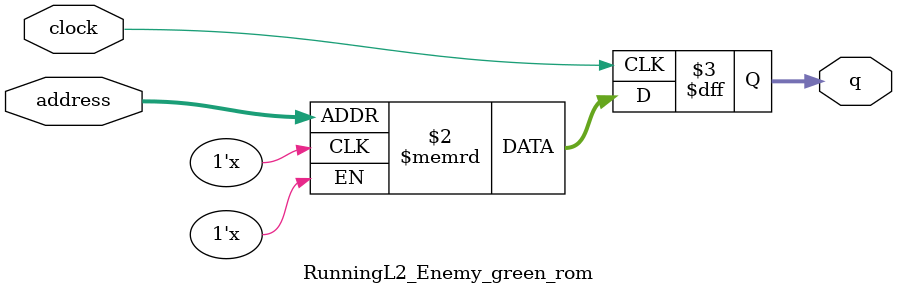
<source format=sv>
module RunningL2_Enemy_green_rom (
	input logic clock,
	input logic [11:0] address,
	output logic [2:0] q
);

logic [2:0] memory [0:2639] /* synthesis ram_init_file = "./RunningL2_Enemy_green/RunningL2_Enemy_green.mif" */;

always_ff @ (posedge clock) begin
	q <= memory[address];
end

endmodule

</source>
